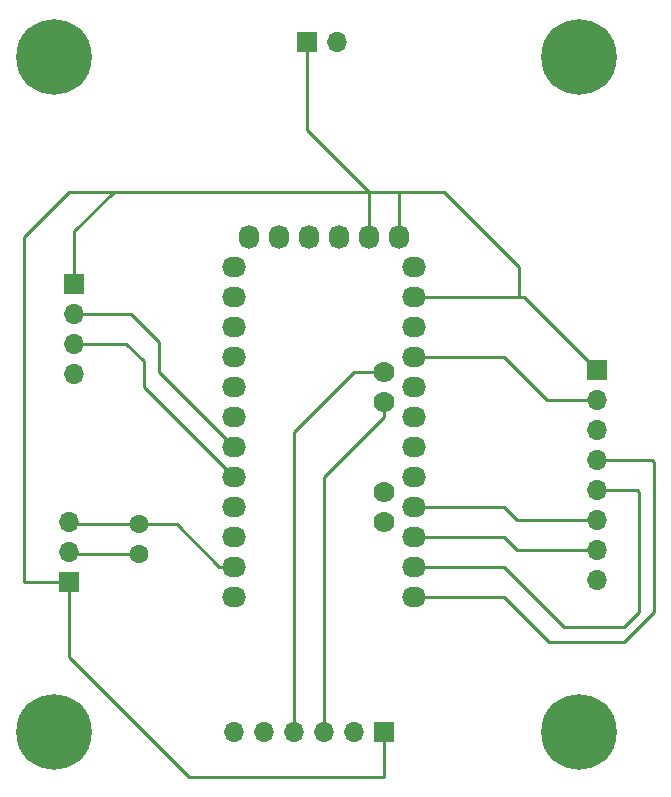
<source format=gbr>
G04 #@! TF.GenerationSoftware,KiCad,Pcbnew,5.0.2+dfsg1-1~bpo9+1*
G04 #@! TF.CreationDate,2019-03-26T14:17:57+01:00*
G04 #@! TF.ProjectId,DhMonitor,44684d6f-6e69-4746-9f72-2e6b69636164,0.1*
G04 #@! TF.SameCoordinates,Original*
G04 #@! TF.FileFunction,Copper,L2,Bot*
G04 #@! TF.FilePolarity,Positive*
%FSLAX46Y46*%
G04 Gerber Fmt 4.6, Leading zero omitted, Abs format (unit mm)*
G04 Created by KiCad (PCBNEW 5.0.2+dfsg1-1~bpo9+1) date Tue 26 Mar 2019 14:17:57 CET*
%MOMM*%
%LPD*%
G01*
G04 APERTURE LIST*
G04 #@! TA.AperFunction,ComponentPad*
%ADD10O,2.032000X1.727200*%
G04 #@! TD*
G04 #@! TA.AperFunction,ComponentPad*
%ADD11O,1.727200X2.032000*%
G04 #@! TD*
G04 #@! TA.AperFunction,ComponentPad*
%ADD12C,1.778000*%
G04 #@! TD*
G04 #@! TA.AperFunction,ComponentPad*
%ADD13R,1.700000X1.700000*%
G04 #@! TD*
G04 #@! TA.AperFunction,ComponentPad*
%ADD14O,1.700000X1.700000*%
G04 #@! TD*
G04 #@! TA.AperFunction,ComponentPad*
%ADD15C,1.600000*%
G04 #@! TD*
G04 #@! TA.AperFunction,ComponentPad*
%ADD16C,6.400000*%
G04 #@! TD*
G04 #@! TA.AperFunction,Conductor*
%ADD17C,0.250000*%
G04 #@! TD*
G04 APERTURE END LIST*
D10*
G04 #@! TO.P,P1,1*
G04 #@! TO.N,Net-(P1-Pad1)*
X138430000Y-85090000D03*
G04 #@! TO.P,P1,2*
G04 #@! TO.N,Net-(P1-Pad2)*
X138430000Y-87630000D03*
G04 #@! TO.P,P1,3*
G04 #@! TO.N,/Reset*
X138430000Y-90170000D03*
G04 #@! TO.P,P1,4*
G04 #@! TO.N,Net-(P1-Pad4)*
X138430000Y-92710000D03*
G04 #@! TO.P,P1,5*
G04 #@! TO.N,/2*
X138430000Y-95250000D03*
G04 #@! TO.P,P1,6*
G04 #@! TO.N,/3(\002A\002A)*
X138430000Y-97790000D03*
G04 #@! TO.P,P1,7*
G04 #@! TO.N,/4*
X138430000Y-100330000D03*
G04 #@! TO.P,P1,8*
G04 #@! TO.N,/5(\002A\002A)*
X138430000Y-102870000D03*
G04 #@! TO.P,P1,9*
G04 #@! TO.N,/6(\002A\002A)*
X138430000Y-105410000D03*
G04 #@! TO.P,P1,10*
G04 #@! TO.N,/7*
X138430000Y-107950000D03*
G04 #@! TO.P,P1,11*
G04 #@! TO.N,/8*
X138430000Y-110490000D03*
G04 #@! TO.P,P1,12*
G04 #@! TO.N,/9(\002A\002A)*
X138430000Y-113030000D03*
G04 #@! TD*
D11*
G04 #@! TO.P,P2,1*
G04 #@! TO.N,/DTR*
X139700000Y-82550000D03*
G04 #@! TO.P,P2,2*
G04 #@! TO.N,/1(Tx)*
X142240000Y-82550000D03*
G04 #@! TO.P,P2,3*
G04 #@! TO.N,/0(Rx)*
X144780000Y-82550000D03*
G04 #@! TO.P,P2,4*
G04 #@! TO.N,/Vcc*
X147320000Y-82550000D03*
G04 #@! TO.P,P2,5*
G04 #@! TO.N,/Gnd*
X149860000Y-82550000D03*
G04 #@! TO.P,P2,6*
X152400000Y-82550000D03*
G04 #@! TD*
D12*
G04 #@! TO.P,P3,1*
G04 #@! TO.N,/A5*
X151130000Y-93980000D03*
G04 #@! TO.P,P3,2*
G04 #@! TO.N,/A4*
X151130000Y-96520000D03*
G04 #@! TD*
D10*
G04 #@! TO.P,P4,1*
G04 #@! TO.N,/RAW*
X153670000Y-85090000D03*
G04 #@! TO.P,P4,2*
G04 #@! TO.N,/Gnd*
X153670000Y-87630000D03*
G04 #@! TO.P,P4,3*
G04 #@! TO.N,Net-(P4-Pad3)*
X153670000Y-90170000D03*
G04 #@! TO.P,P4,4*
G04 #@! TO.N,/Vcc*
X153670000Y-92710000D03*
G04 #@! TO.P,P4,5*
G04 #@! TO.N,Net-(P4-Pad5)*
X153670000Y-95250000D03*
G04 #@! TO.P,P4,6*
G04 #@! TO.N,Net-(P4-Pad6)*
X153670000Y-97790000D03*
G04 #@! TO.P,P4,7*
G04 #@! TO.N,Net-(P4-Pad7)*
X153670000Y-100330000D03*
G04 #@! TO.P,P4,8*
G04 #@! TO.N,Net-(P4-Pad8)*
X153670000Y-102870000D03*
G04 #@! TO.P,P4,9*
G04 #@! TO.N,/13(SCK)*
X153670000Y-105410000D03*
G04 #@! TO.P,P4,10*
G04 #@! TO.N,/12(MISO)*
X153670000Y-107950000D03*
G04 #@! TO.P,P4,11*
G04 #@! TO.N,/10(\002A\002A/SS)*
X153670000Y-110490000D03*
G04 #@! TO.P,P4,12*
G04 #@! TO.N,Net-(J4-Pad4)*
X153670000Y-113030000D03*
G04 #@! TD*
D12*
G04 #@! TO.P,P5,1*
G04 #@! TO.N,/A7*
X151130000Y-104140000D03*
G04 #@! TO.P,P5,2*
G04 #@! TO.N,/A6*
X151130000Y-106680000D03*
G04 #@! TD*
D13*
G04 #@! TO.P,J1,1*
G04 #@! TO.N,/Gnd*
X144620001Y-66104998D03*
D14*
G04 #@! TO.P,J1,2*
G04 #@! TO.N,/RAW*
X147160001Y-66104998D03*
G04 #@! TD*
D13*
G04 #@! TO.P,J2,1*
G04 #@! TO.N,/Gnd*
X124460000Y-111760000D03*
D14*
G04 #@! TO.P,J2,2*
G04 #@! TO.N,/Vcc*
X124460000Y-109220000D03*
G04 #@! TO.P,J2,3*
G04 #@! TO.N,/8*
X124460000Y-106680000D03*
G04 #@! TD*
D13*
G04 #@! TO.P,J3,1*
G04 #@! TO.N,/Gnd*
X151130000Y-124460000D03*
D14*
G04 #@! TO.P,J3,2*
G04 #@! TO.N,/Vcc*
X148590000Y-124460000D03*
G04 #@! TO.P,J3,3*
G04 #@! TO.N,/A4*
X146050000Y-124460000D03*
G04 #@! TO.P,J3,4*
G04 #@! TO.N,/A5*
X143510000Y-124460000D03*
G04 #@! TO.P,J3,5*
G04 #@! TO.N,/2*
X140970000Y-124460000D03*
G04 #@! TO.P,J3,6*
G04 #@! TO.N,Net-(J3-Pad6)*
X138430000Y-124460000D03*
G04 #@! TD*
D13*
G04 #@! TO.P,J4,1*
G04 #@! TO.N,/Gnd*
X169165002Y-93820001D03*
D14*
G04 #@! TO.P,J4,2*
G04 #@! TO.N,/Vcc*
X169165002Y-96360001D03*
G04 #@! TO.P,J4,3*
G04 #@! TO.N,Net-(J4-Pad3)*
X169165002Y-98900001D03*
G04 #@! TO.P,J4,4*
G04 #@! TO.N,Net-(J4-Pad4)*
X169165002Y-101440001D03*
G04 #@! TO.P,J4,5*
G04 #@! TO.N,/10(\002A\002A/SS)*
X169165002Y-103980001D03*
G04 #@! TO.P,J4,6*
G04 #@! TO.N,/13(SCK)*
X169165002Y-106520001D03*
G04 #@! TO.P,J4,7*
G04 #@! TO.N,/12(MISO)*
X169165002Y-109060001D03*
G04 #@! TO.P,J4,8*
G04 #@! TO.N,Net-(J4-Pad8)*
X169165002Y-111600001D03*
G04 #@! TD*
D15*
G04 #@! TO.P,R1,1*
G04 #@! TO.N,/Vcc*
X130395002Y-109460001D03*
G04 #@! TO.P,R1,2*
G04 #@! TO.N,/8*
X130395002Y-106920001D03*
G04 #@! TD*
D13*
G04 #@! TO.P,J5,1*
G04 #@! TO.N,/Gnd*
X124905002Y-86564998D03*
D14*
G04 #@! TO.P,J5,2*
G04 #@! TO.N,/4*
X124905002Y-89104998D03*
G04 #@! TO.P,J5,3*
G04 #@! TO.N,/5(\002A\002A)*
X124905002Y-91644998D03*
G04 #@! TO.P,J5,4*
G04 #@! TO.N,/Vcc*
X124905002Y-94184998D03*
G04 #@! TD*
D16*
G04 #@! TO.P,REF\002A\002A,1*
G04 #@! TO.N,N/C*
X123190000Y-67310000D03*
G04 #@! TD*
G04 #@! TO.P,REF\002A\002A,1*
G04 #@! TO.N,N/C*
X167640000Y-67310000D03*
G04 #@! TD*
G04 #@! TO.P,REF\002A\002A,1*
G04 #@! TO.N,N/C*
X123190000Y-124460000D03*
G04 #@! TD*
G04 #@! TO.P,REF\002A\002A,1*
G04 #@! TO.N,N/C*
X167640000Y-124460000D03*
G04 #@! TD*
D17*
G04 #@! TO.N,/4*
X124905002Y-89104998D02*
X129744998Y-89104998D01*
X132080000Y-93980000D02*
X138430000Y-100330000D01*
X132080000Y-91440000D02*
X132080000Y-93980000D01*
X129744998Y-89104998D02*
X132080000Y-91440000D01*
G04 #@! TO.N,/5(\002A\002A)*
X124905002Y-91644998D02*
X129335002Y-91644998D01*
X130810000Y-95250000D02*
X138430000Y-102870000D01*
X130810000Y-93119996D02*
X130810000Y-95250000D01*
X129335002Y-91644998D02*
X130810000Y-93119996D01*
G04 #@! TO.N,/8*
X130395002Y-106920001D02*
X133590001Y-106920001D01*
X137160000Y-110490000D02*
X138430000Y-110490000D01*
X133590001Y-106920001D02*
X137160000Y-110490000D01*
X130395002Y-106920001D02*
X124700001Y-106920001D01*
X124700001Y-106920001D02*
X124460000Y-106680000D01*
G04 #@! TO.N,/A5*
X151130000Y-93980000D02*
X148590000Y-93980000D01*
X143510000Y-99060000D02*
X143510000Y-124460000D01*
X148590000Y-93980000D02*
X143510000Y-99060000D01*
G04 #@! TO.N,/A4*
X151130000Y-96520000D02*
X151130000Y-97790000D01*
X146050000Y-102870000D02*
X146050000Y-124460000D01*
X151130000Y-97790000D02*
X146050000Y-102870000D01*
G04 #@! TO.N,/13(SCK)*
X169165002Y-106520001D02*
X162400001Y-106520001D01*
X161290000Y-105410000D02*
X153670000Y-105410000D01*
X162400001Y-106520001D02*
X161290000Y-105410000D01*
G04 #@! TO.N,/12(MISO)*
X169165002Y-109060001D02*
X162400001Y-109060001D01*
X161290000Y-107950000D02*
X153670000Y-107950000D01*
X162400001Y-109060001D02*
X161290000Y-107950000D01*
G04 #@! TO.N,/10(\002A\002A/SS)*
X169165002Y-103980001D02*
X172560001Y-103980001D01*
X161290000Y-110490000D02*
X153670000Y-110490000D01*
X163830000Y-113030000D02*
X161290000Y-110490000D01*
X166370000Y-115570000D02*
X163830000Y-113030000D01*
X171450000Y-115570000D02*
X166370000Y-115570000D01*
X172720000Y-114300000D02*
X171450000Y-115570000D01*
X172720000Y-104140000D02*
X172720000Y-114300000D01*
X172560001Y-103980001D02*
X172720000Y-104140000D01*
G04 #@! TO.N,Net-(J4-Pad4)*
X169165002Y-101440001D02*
X173830001Y-101440001D01*
X161290000Y-113030000D02*
X153670000Y-113030000D01*
X165100000Y-116840000D02*
X161290000Y-113030000D01*
X171450000Y-116840000D02*
X165100000Y-116840000D01*
X173990000Y-114300000D02*
X171450000Y-116840000D01*
X173990000Y-101600000D02*
X173990000Y-114300000D01*
X173830001Y-101440001D02*
X173990000Y-101600000D01*
G04 #@! TO.N,/Gnd*
X153670000Y-87630000D02*
X161290000Y-87630000D01*
X161290000Y-87630000D02*
X162560000Y-87630000D01*
X162560000Y-87630000D02*
X162975001Y-87630000D01*
X162975001Y-87630000D02*
X169165002Y-93820001D01*
X124460000Y-111760000D02*
X120650000Y-111760000D01*
X120650000Y-82550000D02*
X120809999Y-82390001D01*
X120650000Y-111760000D02*
X120650000Y-82550000D01*
X149860000Y-78740000D02*
X149860000Y-82550000D01*
X151130000Y-124460000D02*
X151130000Y-128270000D01*
X124460000Y-118110000D02*
X124460000Y-111760000D01*
X134620000Y-128270000D02*
X124460000Y-118110000D01*
X151130000Y-128270000D02*
X134620000Y-128270000D01*
X120650000Y-82550000D02*
X124460000Y-78740000D01*
X124460000Y-78740000D02*
X128270000Y-78740000D01*
X128270000Y-78740000D02*
X149860000Y-78740000D01*
X144620001Y-66104998D02*
X144620001Y-73500001D01*
X144620001Y-73500001D02*
X149860000Y-78740000D01*
X162560000Y-87630000D02*
X162560000Y-85090000D01*
X156210000Y-78740000D02*
X152400000Y-78740000D01*
X152400000Y-78740000D02*
X149860000Y-78740000D01*
X162560000Y-85090000D02*
X156210000Y-78740000D01*
X152400000Y-82550000D02*
X152400000Y-78740000D01*
X124905002Y-86564998D02*
X124905002Y-82104998D01*
X124905002Y-82104998D02*
X128270000Y-78740000D01*
G04 #@! TO.N,/Vcc*
X169165002Y-96360001D02*
X164940001Y-96360001D01*
X164940001Y-96360001D02*
X161290000Y-92710000D01*
X161290000Y-92710000D02*
X153670000Y-92710000D01*
X130395002Y-109460001D02*
X124700001Y-109460001D01*
X124700001Y-109460001D02*
X124460000Y-109220000D01*
G04 #@! TD*
M02*

</source>
